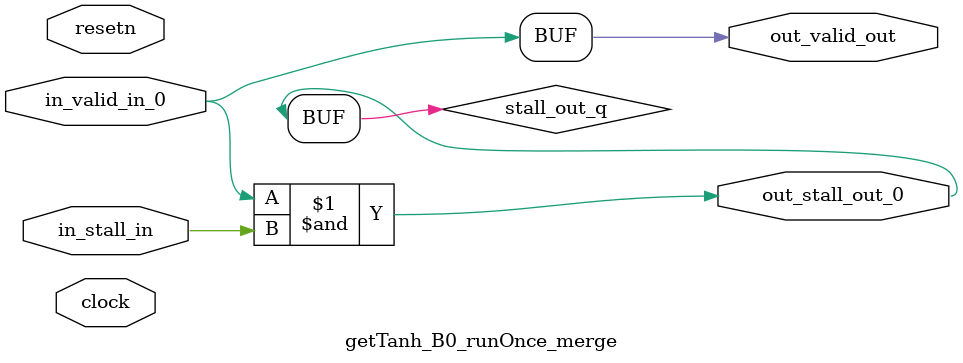
<source format=sv>



(* altera_attribute = "-name AUTO_SHIFT_REGISTER_RECOGNITION OFF; -name MESSAGE_DISABLE 10036; -name MESSAGE_DISABLE 10037; -name MESSAGE_DISABLE 14130; -name MESSAGE_DISABLE 14320; -name MESSAGE_DISABLE 15400; -name MESSAGE_DISABLE 14130; -name MESSAGE_DISABLE 10036; -name MESSAGE_DISABLE 12020; -name MESSAGE_DISABLE 12030; -name MESSAGE_DISABLE 12010; -name MESSAGE_DISABLE 12110; -name MESSAGE_DISABLE 14320; -name MESSAGE_DISABLE 13410; -name MESSAGE_DISABLE 113007; -name MESSAGE_DISABLE 10958" *)
module getTanh_B0_runOnce_merge (
    input wire [0:0] in_stall_in,
    input wire [0:0] in_valid_in_0,
    output wire [0:0] out_stall_out_0,
    output wire [0:0] out_valid_out,
    input wire clock,
    input wire resetn
    );

    wire [0:0] stall_out_q;


    // stall_out(LOGICAL,6)
    assign stall_out_q = in_valid_in_0 & in_stall_in;

    // out_stall_out_0(GPOUT,4)
    assign out_stall_out_0 = stall_out_q;

    // out_valid_out(GPOUT,5)
    assign out_valid_out = in_valid_in_0;

endmodule

</source>
